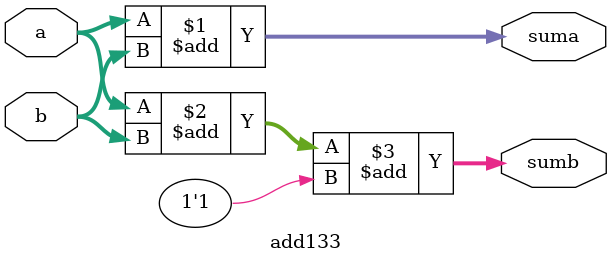
<source format=v>
module mpadderC (
  input wire clk,
  input wire reset,
  input wire [1028:0] in_a,         //1029bits
  input wire [1028:0] in_b,         //1029bits
  output wire [1029:0] result,       //1030bits
  output wire [19:0] prediction
);   
    
    wire [1028:0] MuxB = in_b; //no subtraction
    wire [1029:0] Sum;
    
    
    wire [1029:0] sumA;
    wire [1029:128] sumB;
    
    wire [6:0] carryA;
    wire [6:1] carryB;
    
    wire carry1;
    wire carry2;
    wire carry3;
    wire carry4;
    wire carry5;
    wire carry6;
    wire carry7;
  assign prediction = reset? 20'b0: sumA[19:0];  
  assign {carryA[0],sumA[127:0]} = in_a[127:0] + MuxB[127:0];   
  //assign {carryB[0],sumB[63:0]} = 65'b0;
    add128 A2(in_a[255:128], MuxB[255:128],sumA[255:128], carryA[1], sumB[255:128], carryB[1]);
    add128 A3(in_a[383:256], MuxB[383:256],sumA[383:256], carryA[2], sumB[383:256], carryB[2]);
    add128 A4(in_a[511:384], MuxB[511:384],sumA[511:384], carryA[3], sumB[511:384], carryB[3]);
    add128 A5(in_a[639:512], MuxB[639:512],sumA[639:512], carryA[4], sumB[639:512], carryB[4]);
    add128 A6(in_a[767:640], MuxB[767:640],sumA[767:640], carryA[5], sumB[767:640], carryB[5]);
    add128 A7(in_a[895:768], MuxB[895:768],sumA[895:768], carryA[6], sumB[895:768], carryB[6]);
    add133 A8(in_a[1028:896], MuxB[1028:896],sumA[1029:896], sumB[1029:896]);
  

    


  reg [1029:0] regA;
  reg [1029:128] regB;
  reg [6:0] regcA;
  reg [6:1] regcB;
  always @(posedge clk) 
  begin
    if (reset) begin
        regA <= 1030'b0;
        regB <= 1030'b0;
        regcA <= 7'b0;
        regcB <= 7'b0;
   end else begin
        regA <= sumA;
        regB <= sumB;
        regcA <= carryA;
        regcB <= carryB; end
  end  
  
    assign carry1 = regcA[0];
    assign carry2 = carry1? regcB[1]: regcA[1];
    assign carry3 = carry2? regcB[2]: regcA[2];
    assign carry4 = carry3? regcB[3]: regcA[3];
    assign carry5 = carry4? regcB[4]: regcA[4];
    assign carry6 = carry5? regcB[5]: regcA[5];
    assign carry7 = carry6? regcB[6]: regcA[6];

  
    assign Sum[127:0] = regA[127:0];
    assign Sum[255:128] = carry1? regB[255:128]: regA[255:128];
    assign Sum[383:256] = carry2? regB[383:256]: regA[383:256];
    assign Sum[511:384] = carry3? regB[511:384]: regA[511:384];
    assign Sum[639:512] = carry4? regB[639:512]: regA[639:512];
    assign Sum[767:640] = carry5? regB[767:640]: regA[767:640];
    assign Sum[895:768] = carry6? regB[895:768]: regA[895:768];
    assign Sum[1029:896] = carry7? regB[1029:896]: regA[1029:896];
  

  assign result = Sum;

endmodule

module add128(
    input wire [127:0] a,
    input wire [127:0] b,
    output wire [127:0] suma,
    output wire carrya,
    output wire [127:0] sumb,
    output wire carryb
    );
    
    assign {carrya, suma} = a+b;
    assign {carryb, sumb} = a+b+1'b1;
    
    
endmodule

module add133(
    input wire [132:0] a,
    input wire [132:0] b,
    output wire [133:0] suma,
    output wire [133:0] sumb
    );
    
    assign suma= a+b;
    assign sumb = a+b+1'b1;
    
    
endmodule

</source>
